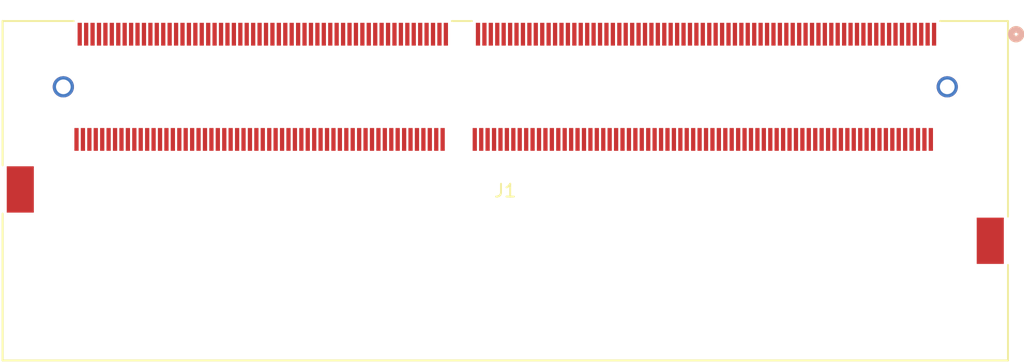
<source format=kicad_pcb>
(kicad_pcb (version 20240108) (generator "pcbnew") (generator_version "8.0")
  (layers (0 "F.Cu" signal) (31 "B.Cu" signal) (34 "B.Paste" user) (35 "F.Paste" user) (36 "B.SilkS" user "B.Silkscreen") (37 "F.SilkS" user "F.Silkscreen") (38 "B.Mask" user) (39 "F.Mask" user) (44 "Edge.Cuts" user))
  (net 0 "")
  (footprint "2309413-1:CONN260_2309413-1_TEC" (layer "F.Cu") (at 177.235001 35.970001)
    (property "Reference" "J1" (at -33.375002 12.199999 0) (layer "F.SilkS"))
    (property "Value" "2309413-1")
    (fp_circle (center 6.386996 0) (end 6.767996 0) (stroke (width 0.508)) (fill none) (layer "B.SilkS"))
    (fp_line (start -72.501999 -1.027001) (end -66.967874 -1.027001) (stroke (width 0.1524)) (layer "F.SilkS"))
    (fp_line (start -72.501999 10.216266) (end -72.501999 -1.027001) (stroke (width 0.1524)) (layer "F.SilkS"))
    (fp_line (start -72.501999 25.426998) (end -72.501999 13.983732) (stroke (width 0.1524)) (layer "F.SilkS"))
    (fp_line (start -37.532128 -1.027001) (end -35.967873 -1.027001) (stroke (width 0.1524)) (layer "F.SilkS"))
    (fp_line (start 0.467873 -1.027001) (end 5.751996 -1.027001) (stroke (width 0.1524)) (layer "F.SilkS"))
    (fp_line (start 5.751996 -1.027001) (end 5.751996 14.216266) (stroke (width 0.1524)) (layer "F.SilkS"))
    (fp_line (start 5.751996 17.983732) (end 5.751996 25.426998) (stroke (width 0.1524)) (layer "F.SilkS"))
    (fp_line (start 5.751996 25.426998) (end -72.501999 25.426998) (stroke (width 0.1524)) (layer "F.SilkS"))
    (fp_circle (center 6.386996 0) (end 6.767996 0) (stroke (width 0.508)) (fill none) (layer "F.SilkS"))
    (pad "1" smd rect (at 0 0) (size 0.3302 1.778) (layers "F.Cu" "F.Paste" "F.Mask"))
    (pad "2" smd rect (at -0.25 8.199999) (size 0.3302 1.778) (layers "F.Cu" "F.Paste" "F.Mask"))
    (pad "3" smd rect (at -0.500002 0) (size 0.3302 1.778) (layers "F.Cu" "F.Paste" "F.Mask"))
    (pad "4" smd rect (at -0.750002 8.199999) (size 0.3302 1.778) (layers "F.Cu" "F.Paste" "F.Mask"))
    (pad "5" smd rect (at -1.000001 0) (size 0.3302 1.778) (layers "F.Cu" "F.Paste" "F.Mask"))
    (pad "6" smd rect (at -1.250001 8.199999) (size 0.3302 1.778) (layers "F.Cu" "F.Paste" "F.Mask"))
    (pad "7" smd rect (at -1.500002 0) (size 0.3302 1.778) (layers "F.Cu" "F.Paste" "F.Mask"))
    (pad "8" smd rect (at -1.750002 8.199999) (size 0.3302 1.778) (layers "F.Cu" "F.Paste" "F.Mask"))
    (pad "9" smd rect (at -2.000001 0) (size 0.3302 1.778) (layers "F.Cu" "F.Paste" "F.Mask"))
    (pad "10" smd rect (at -2.250001 8.199999) (size 0.3302 1.778) (layers "F.Cu" "F.Paste" "F.Mask"))
    (pad "11" smd rect (at -2.5 0) (size 0.3302 1.778) (layers "F.Cu" "F.Paste" "F.Mask"))
    (pad "12" smd rect (at -2.75 8.199999) (size 0.3302 1.778) (layers "F.Cu" "F.Paste" "F.Mask"))
    (pad "13" smd rect (at -3.000002 0) (size 0.3302 1.778) (layers "F.Cu" "F.Paste" "F.Mask"))
    (pad "14" smd rect (at -3.250002 8.199999) (size 0.3302 1.778) (layers "F.Cu" "F.Paste" "F.Mask"))
    (pad "15" smd rect (at -3.500001 0) (size 0.3302 1.778) (layers "F.Cu" "F.Paste" "F.Mask"))
    (pad "16" smd rect (at -3.750001 8.199999) (size 0.3302 1.778) (layers "F.Cu" "F.Paste" "F.Mask"))
    (pad "17" smd rect (at -4.000002 0) (size 0.3302 1.778) (layers "F.Cu" "F.Paste" "F.Mask"))
    (pad "18" smd rect (at -4.250002 8.199999) (size 0.3302 1.778) (layers "F.Cu" "F.Paste" "F.Mask"))
    (pad "19" smd rect (at -4.500001 0) (size 0.3302 1.778) (layers "F.Cu" "F.Paste" "F.Mask"))
    (pad "20" smd rect (at -4.750001 8.199999) (size 0.3302 1.778) (layers "F.Cu" "F.Paste" "F.Mask"))
    (pad "21" smd rect (at -5 0) (size 0.3302 1.778) (layers "F.Cu" "F.Paste" "F.Mask"))
    (pad "22" smd rect (at -5.25 8.199999) (size 0.3302 1.778) (layers "F.Cu" "F.Paste" "F.Mask"))
    (pad "23" smd rect (at -5.500002 0) (size 0.3302 1.778) (layers "F.Cu" "F.Paste" "F.Mask"))
    (pad "24" smd rect (at -5.750002 8.199999) (size 0.3302 1.778) (layers "F.Cu" "F.Paste" "F.Mask"))
    (pad "25" smd rect (at -6.000001 0) (size 0.3302 1.778) (layers "F.Cu" "F.Paste" "F.Mask"))
    (pad "26" smd rect (at -6.250001 8.199999) (size 0.3302 1.778) (layers "F.Cu" "F.Paste" "F.Mask"))
    (pad "27" smd rect (at -6.500002 0) (size 0.3302 1.778) (layers "F.Cu" "F.Paste" "F.Mask"))
    (pad "28" smd rect (at -6.750002 8.199999) (size 0.3302 1.778) (layers "F.Cu" "F.Paste" "F.Mask"))
    (pad "29" smd rect (at -7.000001 0) (size 0.3302 1.778) (layers "F.Cu" "F.Paste" "F.Mask"))
    (pad "30" smd rect (at -7.250001 8.199999) (size 0.3302 1.778) (layers "F.Cu" "F.Paste" "F.Mask"))
    (pad "31" smd rect (at -7.5 0) (size 0.3302 1.778) (layers "F.Cu" "F.Paste" "F.Mask"))
    (pad "32" smd rect (at -7.75 8.199999) (size 0.3302 1.778) (layers "F.Cu" "F.Paste" "F.Mask"))
    (pad "33" smd rect (at -8.000002 0) (size 0.3302 1.778) (layers "F.Cu" "F.Paste" "F.Mask"))
    (pad "34" smd rect (at -8.250002 8.199999) (size 0.3302 1.778) (layers "F.Cu" "F.Paste" "F.Mask"))
    (pad "35" smd rect (at -8.500001 0) (size 0.3302 1.778) (layers "F.Cu" "F.Paste" "F.Mask"))
    (pad "36" smd rect (at -8.750001 8.199999) (size 0.3302 1.778) (layers "F.Cu" "F.Paste" "F.Mask"))
    (pad "37" smd rect (at -9.000002 0) (size 0.3302 1.778) (layers "F.Cu" "F.Paste" "F.Mask"))
    (pad "38" smd rect (at -9.250002 8.199999) (size 0.3302 1.778) (layers "F.Cu" "F.Paste" "F.Mask"))
    (pad "39" smd rect (at -9.500001 0) (size 0.3302 1.778) (layers "F.Cu" "F.Paste" "F.Mask"))
    (pad "40" smd rect (at -9.750001 8.199999) (size 0.3302 1.778) (layers "F.Cu" "F.Paste" "F.Mask"))
    (pad "41" smd rect (at -10 0) (size 0.3302 1.778) (layers "F.Cu" "F.Paste" "F.Mask"))
    (pad "42" smd rect (at -10.25 8.199999) (size 0.3302 1.778) (layers "F.Cu" "F.Paste" "F.Mask"))
    (pad "43" smd rect (at -10.500002 0) (size 0.3302 1.778) (layers "F.Cu" "F.Paste" "F.Mask"))
    (pad "44" smd rect (at -10.750002 8.199999) (size 0.3302 1.778) (layers "F.Cu" "F.Paste" "F.Mask"))
    (pad "45" smd rect (at -11.000001 0) (size 0.3302 1.778) (layers "F.Cu" "F.Paste" "F.Mask"))
    (pad "46" smd rect (at -11.250001 8.199999) (size 0.3302 1.778) (layers "F.Cu" "F.Paste" "F.Mask"))
    (pad "47" smd rect (at -11.500002 0) (size 0.3302 1.778) (layers "F.Cu" "F.Paste" "F.Mask"))
    (pad "48" smd rect (at -11.750002 8.199999) (size 0.3302 1.778) (layers "F.Cu" "F.Paste" "F.Mask"))
    (pad "49" smd rect (at -12.000001 0) (size 0.3302 1.778) (layers "F.Cu" "F.Paste" "F.Mask"))
    (pad "50" smd rect (at -12.250001 8.199999) (size 0.3302 1.778) (layers "F.Cu" "F.Paste" "F.Mask"))
    (pad "51" smd rect (at -12.5 0) (size 0.3302 1.778) (layers "F.Cu" "F.Paste" "F.Mask"))
    (pad "52" smd rect (at -12.75 8.199999) (size 0.3302 1.778) (layers "F.Cu" "F.Paste" "F.Mask"))
    (pad "53" smd rect (at -13.000002 0) (size 0.3302 1.778) (layers "F.Cu" "F.Paste" "F.Mask"))
    (pad "54" smd rect (at -13.250002 8.199999) (size 0.3302 1.778) (layers "F.Cu" "F.Paste" "F.Mask"))
    (pad "55" smd rect (at -13.500001 0) (size 0.3302 1.778) (layers "F.Cu" "F.Paste" "F.Mask"))
    (pad "56" smd rect (at -13.750001 8.199999) (size 0.3302 1.778) (layers "F.Cu" "F.Paste" "F.Mask"))
    (pad "57" smd rect (at -14 0) (size 0.3302 1.778) (layers "F.Cu" "F.Paste" "F.Mask"))
    (pad "58" smd rect (at -14.25 8.199999) (size 0.3302 1.778) (layers "F.Cu" "F.Paste" "F.Mask"))
    (pad "59" smd rect (at -14.500001 0) (size 0.3302 1.778) (layers "F.Cu" "F.Paste" "F.Mask"))
    (pad "60" smd rect (at -14.750001 8.199999) (size 0.3302 1.778) (layers "F.Cu" "F.Paste" "F.Mask"))
    (pad "61" smd rect (at -15 0) (size 0.3302 1.778) (layers "F.Cu" "F.Paste" "F.Mask"))
    (pad "62" smd rect (at -15.25 8.199999) (size 0.3302 1.778) (layers "F.Cu" "F.Paste" "F.Mask"))
    (pad "63" smd rect (at -15.500002 0) (size 0.3302 1.778) (layers "F.Cu" "F.Paste" "F.Mask"))
    (pad "64" smd rect (at -15.750002 8.199999) (size 0.3302 1.778) (layers "F.Cu" "F.Paste" "F.Mask"))
    (pad "65" smd rect (at -16.000001 0) (size 0.3302 1.778) (layers "F.Cu" "F.Paste" "F.Mask"))
    (pad "66" smd rect (at -16.250001 8.199999) (size 0.3302 1.778) (layers "F.Cu" "F.Paste" "F.Mask"))
    (pad "67" smd rect (at -16.5 0) (size 0.3302 1.778) (layers "F.Cu" "F.Paste" "F.Mask"))
    (pad "68" smd rect (at -16.75 8.199999) (size 0.3302 1.778) (layers "F.Cu" "F.Paste" "F.Mask"))
    (pad "69" smd rect (at -17.000002 0) (size 0.3302 1.778) (layers "F.Cu" "F.Paste" "F.Mask"))
    (pad "70" smd rect (at -17.250002 8.199999) (size 0.3302 1.778) (layers "F.Cu" "F.Paste" "F.Mask"))
    (pad "71" smd rect (at -17.500001 0) (size 0.3302 1.778) (layers "F.Cu" "F.Paste" "F.Mask"))
    (pad "72" smd rect (at -17.750001 8.199999) (size 0.3302 1.778) (layers "F.Cu" "F.Paste" "F.Mask"))
    (pad "73" smd rect (at -18.000002 0) (size 0.3302 1.778) (layers "F.Cu" "F.Paste" "F.Mask"))
    (pad "74" smd rect (at -18.250002 8.199999) (size 0.3302 1.778) (layers "F.Cu" "F.Paste" "F.Mask"))
    (pad "75" smd rect (at -18.500001 0) (size 0.3302 1.778) (layers "F.Cu" "F.Paste" "F.Mask"))
    (pad "76" smd rect (at -18.750001 8.199999) (size 0.3302 1.778) (layers "F.Cu" "F.Paste" "F.Mask"))
    (pad "77" smd rect (at -19 0) (size 0.3302 1.778) (layers "F.Cu" "F.Paste" "F.Mask"))
    (pad "78" smd rect (at -19.25 8.199999) (size 0.3302 1.778) (layers "F.Cu" "F.Paste" "F.Mask"))
    (pad "79" smd rect (at -19.500002 0) (size 0.3302 1.778) (layers "F.Cu" "F.Paste" "F.Mask"))
    (pad "80" smd rect (at -19.750002 8.199999) (size 0.3302 1.778) (layers "F.Cu" "F.Paste" "F.Mask"))
    (pad "81" smd rect (at -20.000001 0) (size 0.3302 1.778) (layers "F.Cu" "F.Paste" "F.Mask"))
    (pad "82" smd rect (at -20.250001 8.199999) (size 0.3302 1.778) (layers "F.Cu" "F.Paste" "F.Mask"))
    (pad "83" smd rect (at -20.500002 0) (size 0.3302 1.778) (layers "F.Cu" "F.Paste" "F.Mask"))
    (pad "84" smd rect (at -20.750002 8.199999) (size 0.3302 1.778) (layers "F.Cu" "F.Paste" "F.Mask"))
    (pad "85" smd rect (at -21.000001 0) (size 0.3302 1.778) (layers "F.Cu" "F.Paste" "F.Mask"))
    (pad "86" smd rect (at -21.250001 8.199999) (size 0.3302 1.778) (layers "F.Cu" "F.Paste" "F.Mask"))
    (pad "87" smd rect (at -21.5 0) (size 0.3302 1.778) (layers "F.Cu" "F.Paste" "F.Mask"))
    (pad "88" smd rect (at -21.75 8.199999) (size 0.3302 1.778) (layers "F.Cu" "F.Paste" "F.Mask"))
    (pad "89" smd rect (at -22.000002 0) (size 0.3302 1.778) (layers "F.Cu" "F.Paste" "F.Mask"))
    (pad "90" smd rect (at -22.250002 8.199999) (size 0.3302 1.778) (layers "F.Cu" "F.Paste" "F.Mask"))
    (pad "91" smd rect (at -22.500001 0) (size 0.3302 1.778) (layers "F.Cu" "F.Paste" "F.Mask"))
    (pad "92" smd rect (at -22.750001 8.199999) (size 0.3302 1.778) (layers "F.Cu" "F.Paste" "F.Mask"))
    (pad "93" smd rect (at -23.000002 0) (size 0.3302 1.778) (layers "F.Cu" "F.Paste" "F.Mask"))
    (pad "94" smd rect (at -23.250002 8.199999) (size 0.3302 1.778) (layers "F.Cu" "F.Paste" "F.Mask"))
    (pad "95" smd rect (at -23.500001 0) (size 0.3302 1.778) (layers "F.Cu" "F.Paste" "F.Mask"))
    (pad "96" smd rect (at -23.750001 8.199999) (size 0.3302 1.778) (layers "F.Cu" "F.Paste" "F.Mask"))
    (pad "97" smd rect (at -24 0) (size 0.3302 1.778) (layers "F.Cu" "F.Paste" "F.Mask"))
    (pad "98" smd rect (at -24.25 8.199999) (size 0.3302 1.778) (layers "F.Cu" "F.Paste" "F.Mask"))
    (pad "99" smd rect (at -24.500002 0) (size 0.3302 1.778) (layers "F.Cu" "F.Paste" "F.Mask"))
    (pad "100" smd rect (at -24.750002 8.199999) (size 0.3302 1.778) (layers "F.Cu" "F.Paste" "F.Mask"))
    (pad "101" smd rect (at -25.000001 0) (size 0.3302 1.778) (layers "F.Cu" "F.Paste" "F.Mask"))
    (pad "102" smd rect (at -25.250001 8.199999) (size 0.3302 1.778) (layers "F.Cu" "F.Paste" "F.Mask"))
    (pad "103" smd rect (at -25.500002 0) (size 0.3302 1.778) (layers "F.Cu" "F.Paste" "F.Mask"))
    (pad "104" smd rect (at -25.750002 8.199999) (size 0.3302 1.778) (layers "F.Cu" "F.Paste" "F.Mask"))
    (pad "105" smd rect (at -26.000001 0) (size 0.3302 1.778) (layers "F.Cu" "F.Paste" "F.Mask"))
    (pad "106" smd rect (at -26.250001 8.199999) (size 0.3302 1.778) (layers "F.Cu" "F.Paste" "F.Mask"))
    (pad "107" smd rect (at -26.5 0) (size 0.3302 1.778) (layers "F.Cu" "F.Paste" "F.Mask"))
    (pad "108" smd rect (at -26.75 8.199999) (size 0.3302 1.778) (layers "F.Cu" "F.Paste" "F.Mask"))
    (pad "109" smd rect (at -27.000002 0) (size 0.3302 1.778) (layers "F.Cu" "F.Paste" "F.Mask"))
    (pad "110" smd rect (at -27.250002 8.199999) (size 0.3302 1.778) (layers "F.Cu" "F.Paste" "F.Mask"))
    (pad "111" smd rect (at -27.500001 0) (size 0.3302 1.778) (layers "F.Cu" "F.Paste" "F.Mask"))
    (pad "112" smd rect (at -27.750001 8.199999) (size 0.3302 1.778) (layers "F.Cu" "F.Paste" "F.Mask"))
    (pad "113" smd rect (at -28.000002 0) (size 0.3302 1.778) (layers "F.Cu" "F.Paste" "F.Mask"))
    (pad "114" smd rect (at -28.250002 8.199999) (size 0.3302 1.778) (layers "F.Cu" "F.Paste" "F.Mask"))
    (pad "115" smd rect (at -28.500001 0) (size 0.3302 1.778) (layers "F.Cu" "F.Paste" "F.Mask"))
    (pad "116" smd rect (at -28.750001 8.199999) (size 0.3302 1.778) (layers "F.Cu" "F.Paste" "F.Mask"))
    (pad "117" smd rect (at -29 0) (size 0.3302 1.778) (layers "F.Cu" "F.Paste" "F.Mask"))
    (pad "118" smd rect (at -29.25 8.199999) (size 0.3302 1.778) (layers "F.Cu" "F.Paste" "F.Mask"))
    (pad "119" smd rect (at -29.500002 0) (size 0.3302 1.778) (layers "F.Cu" "F.Paste" "F.Mask"))
    (pad "120" smd rect (at -29.750002 8.199999) (size 0.3302 1.778) (layers "F.Cu" "F.Paste" "F.Mask"))
    (pad "121" smd rect (at -30.000001 0) (size 0.3302 1.778) (layers "F.Cu" "F.Paste" "F.Mask"))
    (pad "122" smd rect (at -30.250001 8.199999) (size 0.3302 1.778) (layers "F.Cu" "F.Paste" "F.Mask"))
    (pad "123" smd rect (at -30.500002 0) (size 0.3302 1.778) (layers "F.Cu" "F.Paste" "F.Mask"))
    (pad "124" smd rect (at -30.750003 8.199999) (size 0.3302 1.778) (layers "F.Cu" "F.Paste" "F.Mask"))
    (pad "125" smd rect (at -31.000002 0) (size 0.3302 1.778) (layers "F.Cu" "F.Paste" "F.Mask"))
    (pad "126" smd rect (at -31.250002 8.199999) (size 0.3302 1.778) (layers "F.Cu" "F.Paste" "F.Mask"))
    (pad "127" smd rect (at -31.5 0) (size 0.3302 1.778) (layers "F.Cu" "F.Paste" "F.Mask"))
    (pad "128" smd rect (at -31.750001 8.199999) (size 0.3302 1.778) (layers "F.Cu" "F.Paste" "F.Mask"))
    (pad "129" smd rect (at -32.000002 0) (size 0.3302 1.778) (layers "F.Cu" "F.Paste" "F.Mask"))
    (pad "130" smd rect (at -32.250002 8.199999) (size 0.3302 1.778) (layers "F.Cu" "F.Paste" "F.Mask"))
    (pad "131" smd rect (at -32.500001 0) (size 0.3302 1.778) (layers "F.Cu" "F.Paste" "F.Mask"))
    (pad "132" smd rect (at -32.750001 8.199999) (size 0.3302 1.778) (layers "F.Cu" "F.Paste" "F.Mask"))
    (pad "133" smd rect (at -33 0) (size 0.3302 1.778) (layers "F.Cu" "F.Paste" "F.Mask"))
    (pad "134" smd rect (at -33.25 8.199999) (size 0.3302 1.778) (layers "F.Cu" "F.Paste" "F.Mask"))
    (pad "135" smd rect (at -33.500002 0) (size 0.3302 1.778) (layers "F.Cu" "F.Paste" "F.Mask"))
    (pad "136" smd rect (at -33.750002 8.199999) (size 0.3302 1.778) (layers "F.Cu" "F.Paste" "F.Mask"))
    (pad "137" smd rect (at -34.000001 0) (size 0.3302 1.778) (layers "F.Cu" "F.Paste" "F.Mask"))
    (pad "138" smd rect (at -34.250001 8.199999) (size 0.3302 1.778) (layers "F.Cu" "F.Paste" "F.Mask"))
    (pad "139" smd rect (at -34.500002 0) (size 0.3302 1.778) (layers "F.Cu" "F.Paste" "F.Mask"))
    (pad "140" smd rect (at -34.750002 8.199999) (size 0.3302 1.778) (layers "F.Cu" "F.Paste" "F.Mask"))
    (pad "141" smd rect (at -35.000001 0) (size 0.3302 1.778) (layers "F.Cu" "F.Paste" "F.Mask"))
    (pad "142" smd rect (at -35.250001 8.199999) (size 0.3302 1.778) (layers "F.Cu" "F.Paste" "F.Mask"))
    (pad "143" smd rect (at -35.5 0) (size 0.3302 1.778) (layers "F.Cu" "F.Paste" "F.Mask"))
    (pad "144" smd rect (at -35.75 8.199999) (size 0.3302 1.778) (layers "F.Cu" "F.Paste" "F.Mask"))
    (pad "145" smd rect (at -38.000002 0) (size 0.3302 1.778) (layers "F.Cu" "F.Paste" "F.Mask"))
    (pad "146" smd rect (at -38.250002 8.199999) (size 0.3302 1.778) (layers "F.Cu" "F.Paste" "F.Mask"))
    (pad "147" smd rect (at -38.500001 0) (size 0.3302 1.778) (layers "F.Cu" "F.Paste" "F.Mask"))
    (pad "148" smd rect (at -38.750001 8.199999) (size 0.3302 1.778) (layers "F.Cu" "F.Paste" "F.Mask"))
    (pad "149" smd rect (at -39.000002 0) (size 0.3302 1.778) (layers "F.Cu" "F.Paste" "F.Mask"))
    (pad "150" smd rect (at -39.250002 8.199999) (size 0.3302 1.778) (layers "F.Cu" "F.Paste" "F.Mask"))
    (pad "151" smd rect (at -39.500001 0) (size 0.3302 1.778) (layers "F.Cu" "F.Paste" "F.Mask"))
    (pad "152" smd rect (at -39.750001 8.199999) (size 0.3302 1.778) (layers "F.Cu" "F.Paste" "F.Mask"))
    (pad "153" smd rect (at -40 0) (size 0.3302 1.778) (layers "F.Cu" "F.Paste" "F.Mask"))
    (pad "154" smd rect (at -40.25 8.199999) (size 0.3302 1.778) (layers "F.Cu" "F.Paste" "F.Mask"))
    (pad "155" smd rect (at -40.500002 0) (size 0.3302 1.778) (layers "F.Cu" "F.Paste" "F.Mask"))
    (pad "156" smd rect (at -40.750002 8.199999) (size 0.3302 1.778) (layers "F.Cu" "F.Paste" "F.Mask"))
    (pad "157" smd rect (at -41.000001 0) (size 0.3302 1.778) (layers "F.Cu" "F.Paste" "F.Mask"))
    (pad "158" smd rect (at -41.250001 8.199999) (size 0.3302 1.778) (layers "F.Cu" "F.Paste" "F.Mask"))
    (pad "159" smd rect (at -41.500002 0) (size 0.3302 1.778) (layers "F.Cu" "F.Paste" "F.Mask"))
    (pad "160" smd rect (at -41.750002 8.199999) (size 0.3302 1.778) (layers "F.Cu" "F.Paste" "F.Mask"))
    (pad "161" smd rect (at -42.000001 0) (size 0.3302 1.778) (layers "F.Cu" "F.Paste" "F.Mask"))
    (pad "162" smd rect (at -42.250001 8.199999) (size 0.3302 1.778) (layers "F.Cu" "F.Paste" "F.Mask"))
    (pad "163" smd rect (at -42.5 0) (size 0.3302 1.778) (layers "F.Cu" "F.Paste" "F.Mask"))
    (pad "164" smd rect (at -42.75 8.199999) (size 0.3302 1.778) (layers "F.Cu" "F.Paste" "F.Mask"))
    (pad "165" smd rect (at -43.000002 0) (size 0.3302 1.778) (layers "F.Cu" "F.Paste" "F.Mask"))
    (pad "166" smd rect (at -43.250002 8.199999) (size 0.3302 1.778) (layers "F.Cu" "F.Paste" "F.Mask"))
    (pad "167" smd rect (at -43.500001 0) (size 0.3302 1.778) (layers "F.Cu" "F.Paste" "F.Mask"))
    (pad "168" smd rect (at -43.750001 8.199999) (size 0.3302 1.778) (layers "F.Cu" "F.Paste" "F.Mask"))
    (pad "169" smd rect (at -44.000002 0) (size 0.3302 1.778) (layers "F.Cu" "F.Paste" "F.Mask"))
    (pad "170" smd rect (at -44.250002 8.199999) (size 0.3302 1.778) (layers "F.Cu" "F.Paste" "F.Mask"))
    (pad "171" smd rect (at -44.500001 0) (size 0.3302 1.778) (layers "F.Cu" "F.Paste" "F.Mask"))
    (pad "172" smd rect (at -44.750001 8.199999) (size 0.3302 1.778) (layers "F.Cu" "F.Paste" "F.Mask"))
    (pad "173" smd rect (at -45 0) (size 0.3302 1.778) (layers "F.Cu" "F.Paste" "F.Mask"))
    (pad "174" smd rect (at -45.25 8.199999) (size 0.3302 1.778) (layers "F.Cu" "F.Paste" "F.Mask"))
    (pad "175" smd rect (at -45.500002 0) (size 0.3302 1.778) (layers "F.Cu" "F.Paste" "F.Mask"))
    (pad "176" smd rect (at -45.750002 8.199999) (size 0.3302 1.778) (layers "F.Cu" "F.Paste" "F.Mask"))
    (pad "177" smd rect (at -46.000001 0) (size 0.3302 1.778) (layers "F.Cu" "F.Paste" "F.Mask"))
    (pad "178" smd rect (at -46.250001 8.199999) (size 0.3302 1.778) (layers "F.Cu" "F.Paste" "F.Mask"))
    (pad "179" smd rect (at -46.500002 0) (size 0.3302 1.778) (layers "F.Cu" "F.Paste" "F.Mask"))
    (pad "180" smd rect (at -46.750002 8.199999) (size 0.3302 1.778) (layers "F.Cu" "F.Paste" "F.Mask"))
    (pad "181" smd rect (at -47.000001 0) (size 0.3302 1.778) (layers "F.Cu" "F.Paste" "F.Mask"))
    (pad "182" smd rect (at -47.250001 8.199999) (size 0.3302 1.778) (layers "F.Cu" "F.Paste" "F.Mask"))
    (pad "183" smd rect (at -47.5 0) (size 0.3302 1.778) (layers "F.Cu" "F.Paste" "F.Mask"))
    (pad "184" smd rect (at -47.75 8.199999) (size 0.3302 1.778) (layers "F.Cu" "F.Paste" "F.Mask"))
    (pad "185" smd rect (at -48.000002 0) (size 0.3302 1.778) (layers "F.Cu" "F.Paste" "F.Mask"))
    (pad "186" smd rect (at -48.250002 8.199999) (size 0.3302 1.778) (layers "F.Cu" "F.Paste" "F.Mask"))
    (pad "187" smd rect (at -48.500001 0) (size 0.3302 1.778) (layers "F.Cu" "F.Paste" "F.Mask"))
    (pad "188" smd rect (at -48.750001 8.199999) (size 0.3302 1.778) (layers "F.Cu" "F.Paste" "F.Mask"))
    (pad "189" smd rect (at -49.000003 0) (size 0.3302 1.778) (layers "F.Cu" "F.Paste" "F.Mask"))
    (pad "190" smd rect (at -49.250003 8.199999) (size 0.3302 1.778) (layers "F.Cu" "F.Paste" "F.Mask"))
    (pad "191" smd rect (at -49.500002 0) (size 0.3302 1.778) (layers "F.Cu" "F.Paste" "F.Mask"))
    (pad "192" smd rect (at -49.750002 8.199999) (size 0.3302 1.778) (layers "F.Cu" "F.Paste" "F.Mask"))
    (pad "193" smd rect (at -50.000001 0) (size 0.3302 1.778) (layers "F.Cu" "F.Paste" "F.Mask"))
    (pad "194" smd rect (at -50.250001 8.199999) (size 0.3302 1.778) (layers "F.Cu" "F.Paste" "F.Mask"))
    (pad "195" smd rect (at -50.500002 0) (size 0.3302 1.778) (layers "F.Cu" "F.Paste" "F.Mask"))
    (pad "196" smd rect (at -50.750002 8.199999) (size 0.3302 1.778) (layers "F.Cu" "F.Paste" "F.Mask"))
    (pad "197" smd rect (at -51.000001 0) (size 0.3302 1.778) (layers "F.Cu" "F.Paste" "F.Mask"))
    (pad "198" smd rect (at -51.250001 8.199999) (size 0.3302 1.778) (layers "F.Cu" "F.Paste" "F.Mask"))
    (pad "199" smd rect (at -51.500003 0) (size 0.3302 1.778) (layers "F.Cu" "F.Paste" "F.Mask"))
    (pad "200" smd rect (at -51.750003 8.199999) (size 0.3302 1.778) (layers "F.Cu" "F.Paste" "F.Mask"))
    (pad "201" smd rect (at -52.000002 0) (size 0.3302 1.778) (layers "F.Cu" "F.Paste" "F.Mask"))
    (pad "202" smd rect (at -52.250002 8.199999) (size 0.3302 1.778) (layers "F.Cu" "F.Paste" "F.Mask"))
    (pad "203" smd rect (at -52.500001 0) (size 0.3302 1.778) (layers "F.Cu" "F.Paste" "F.Mask"))
    (pad "204" smd rect (at -52.750001 8.199999) (size 0.3302 1.778) (layers "F.Cu" "F.Paste" "F.Mask"))
    (pad "205" smd rect (at -53.000002 0) (size 0.3302 1.778) (layers "F.Cu" "F.Paste" "F.Mask"))
    (pad "206" smd rect (at -53.250002 8.199999) (size 0.3302 1.778) (layers "F.Cu" "F.Paste" "F.Mask"))
    (pad "207" smd rect (at -53.500001 0) (size 0.3302 1.778) (layers "F.Cu" "F.Paste" "F.Mask"))
    (pad "208" smd rect (at -53.750001 8.199999) (size 0.3302 1.778) (layers "F.Cu" "F.Paste" "F.Mask"))
    (pad "209" smd rect (at -54.000003 0) (size 0.3302 1.778) (layers "F.Cu" "F.Paste" "F.Mask"))
    (pad "210" smd rect (at -54.250003 8.199999) (size 0.3302 1.778) (layers "F.Cu" "F.Paste" "F.Mask"))
    (pad "211" smd rect (at -54.500002 0) (size 0.3302 1.778) (layers "F.Cu" "F.Paste" "F.Mask"))
    (pad "212" smd rect (at -54.750002 8.199999) (size 0.3302 1.778) (layers "F.Cu" "F.Paste" "F.Mask"))
    (pad "213" smd rect (at -55.000001 0) (size 0.3302 1.778) (layers "F.Cu" "F.Paste" "F.Mask"))
    (pad "214" smd rect (at -55.250001 8.199999) (size 0.3302 1.778) (layers "F.Cu" "F.Paste" "F.Mask"))
    (pad "215" smd rect (at -55.500002 0) (size 0.3302 1.778) (layers "F.Cu" "F.Paste" "F.Mask"))
    (pad "216" smd rect (at -55.750002 8.199999) (size 0.3302 1.778) (layers "F.Cu" "F.Paste" "F.Mask"))
    (pad "217" smd rect (at -56.000001 0) (size 0.3302 1.778) (layers "F.Cu" "F.Paste" "F.Mask"))
    (pad "218" smd rect (at -56.250001 8.199999) (size 0.3302 1.778) (layers "F.Cu" "F.Paste" "F.Mask"))
    (pad "219" smd rect (at -56.5 0) (size 0.3302 1.778) (layers "F.Cu" "F.Paste" "F.Mask"))
    (pad "220" smd rect (at -56.75 8.199999) (size 0.3302 1.778) (layers "F.Cu" "F.Paste" "F.Mask"))
    (pad "221" smd rect (at -57.000002 0) (size 0.3302 1.778) (layers "F.Cu" "F.Paste" "F.Mask"))
    (pad "222" smd rect (at -57.250002 8.199999) (size 0.3302 1.778) (layers "F.Cu" "F.Paste" "F.Mask"))
    (pad "223" smd rect (at -57.500001 0) (size 0.3302 1.778) (layers "F.Cu" "F.Paste" "F.Mask"))
    (pad "224" smd rect (at -57.750001 8.199999) (size 0.3302 1.778) (layers "F.Cu" "F.Paste" "F.Mask"))
    (pad "225" smd rect (at -58.000002 0) (size 0.3302 1.778) (layers "F.Cu" "F.Paste" "F.Mask"))
    (pad "226" smd rect (at -58.250002 8.199999) (size 0.3302 1.778) (layers "F.Cu" "F.Paste" "F.Mask"))
    (pad "227" smd rect (at -58.500001 0) (size 0.3302 1.778) (layers "F.Cu" "F.Paste" "F.Mask"))
    (pad "228" smd rect (at -58.750001 8.199999) (size 0.3302 1.778) (layers "F.Cu" "F.Paste" "F.Mask"))
    (pad "229" smd rect (at -59 0) (size 0.3302 1.778) (layers "F.Cu" "F.Paste" "F.Mask"))
    (pad "230" smd rect (at -59.25 8.199999) (size 0.3302 1.778) (layers "F.Cu" "F.Paste" "F.Mask"))
    (pad "231" smd rect (at -59.500002 0) (size 0.3302 1.778) (layers "F.Cu" "F.Paste" "F.Mask"))
    (pad "232" smd rect (at -59.750002 8.199999) (size 0.3302 1.778) (layers "F.Cu" "F.Paste" "F.Mask"))
    (pad "233" smd rect (at -60.000001 0) (size 0.3302 1.778) (layers "F.Cu" "F.Paste" "F.Mask"))
    (pad "234" smd rect (at -60.250001 8.199999) (size 0.3302 1.778) (layers "F.Cu" "F.Paste" "F.Mask"))
    (pad "235" smd rect (at -60.500002 0) (size 0.3302 1.778) (layers "F.Cu" "F.Paste" "F.Mask"))
    (pad "236" smd rect (at -60.750002 8.199999) (size 0.3302 1.778) (layers "F.Cu" "F.Paste" "F.Mask"))
    (pad "237" smd rect (at -61.000001 0) (size 0.3302 1.778) (layers "F.Cu" "F.Paste" "F.Mask"))
    (pad "238" smd rect (at -61.250001 8.199999) (size 0.3302 1.778) (layers "F.Cu" "F.Paste" "F.Mask"))
    (pad "239" smd rect (at -61.5 0) (size 0.3302 1.778) (layers "F.Cu" "F.Paste" "F.Mask"))
    (pad "240" smd rect (at -61.75 8.199999) (size 0.3302 1.778) (layers "F.Cu" "F.Paste" "F.Mask"))
    (pad "241" smd rect (at -62.000002 0) (size 0.3302 1.778) (layers "F.Cu" "F.Paste" "F.Mask"))
    (pad "242" smd rect (at -62.250002 8.199999) (size 0.3302 1.778) (layers "F.Cu" "F.Paste" "F.Mask"))
    (pad "243" smd rect (at -62.500001 0) (size 0.3302 1.778) (layers "F.Cu" "F.Paste" "F.Mask"))
    (pad "244" smd rect (at -62.750001 8.199999) (size 0.3302 1.778) (layers "F.Cu" "F.Paste" "F.Mask"))
    (pad "245" smd rect (at -63.000002 0) (size 0.3302 1.778) (layers "F.Cu" "F.Paste" "F.Mask"))
    (pad "246" smd rect (at -63.250002 8.199999) (size 0.3302 1.778) (layers "F.Cu" "F.Paste" "F.Mask"))
    (pad "247" smd rect (at -63.500001 0) (size 0.3302 1.778) (layers "F.Cu" "F.Paste" "F.Mask"))
    (pad "248" smd rect (at -63.750001 8.199999) (size 0.3302 1.778) (layers "F.Cu" "F.Paste" "F.Mask"))
    (pad "249" smd rect (at -64 0) (size 0.3302 1.778) (layers "F.Cu" "F.Paste" "F.Mask"))
    (pad "250" smd rect (at -64.25 8.199999) (size 0.3302 1.778) (layers "F.Cu" "F.Paste" "F.Mask"))
    (pad "251" smd rect (at -64.500002 0) (size 0.3302 1.778) (layers "F.Cu" "F.Paste" "F.Mask"))
    (pad "252" smd rect (at -64.750002 8.199999) (size 0.3302 1.778) (layers "F.Cu" "F.Paste" "F.Mask"))
    (pad "253" smd rect (at -65.000001 0) (size 0.3302 1.778) (layers "F.Cu" "F.Paste" "F.Mask"))
    (pad "254" smd rect (at -65.250001 8.199999) (size 0.3302 1.778) (layers "F.Cu" "F.Paste" "F.Mask"))
    (pad "255" smd rect (at -65.500003 0) (size 0.3302 1.778) (layers "F.Cu" "F.Paste" "F.Mask"))
    (pad "256" smd rect (at -65.750003 8.199999) (size 0.3302 1.778) (layers "F.Cu" "F.Paste" "F.Mask"))
    (pad "257" smd rect (at -66.000002 0) (size 0.3302 1.778) (layers "F.Cu" "F.Paste" "F.Mask"))
    (pad "258" smd rect (at -66.250002 8.199999) (size 0.3302 1.778) (layers "F.Cu" "F.Paste" "F.Mask"))
    (pad "259" smd rect (at -66.500001 0) (size 0.3302 1.778) (layers "F.Cu" "F.Paste" "F.Mask"))
    (pad "260" smd rect (at -66.750001 8.199999) (size 0.3302 1.778) (layers "F.Cu" "F.Paste" "F.Mask"))
    (pad "261" thru_hole circle (at -67.774994 4.099999 90) (size 1.651 1.651) (drill 1.143) (layers "*.Cu" "*.Mask"))
    (pad "262" thru_hole circle (at 1.024991 4.099999 90) (size 1.651 1.651) (drill 1.143) (layers "*.Cu" "*.Mask"))
    (pad "263" smd rect (at -71.125002 12.099999 90) (size 3.6068 2.1082) (layers "F.Cu" "F.Paste" "F.Mask"))
    (pad "264" smd rect (at 4.374999 16.099999 90) (size 3.6068 2.1082) (layers "F.Cu" "F.Paste" "F.Mask"))
  )
)
</source>
